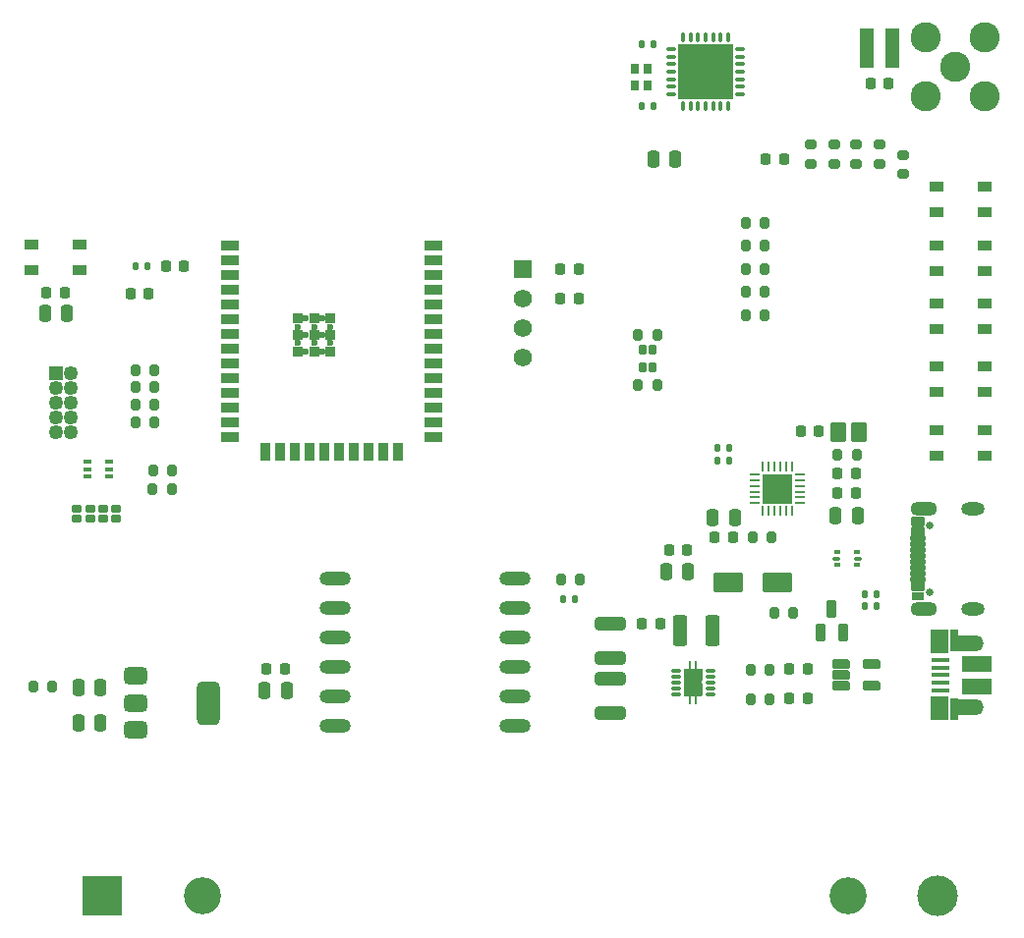
<source format=gbr>
%TF.GenerationSoftware,KiCad,Pcbnew,9.0.0*%
%TF.CreationDate,2025-06-04T09:40:56+09:00*%
%TF.ProjectId,FLP_PCB_host,464c505f-5043-4425-9f68-6f73742e6b69,rev?*%
%TF.SameCoordinates,Original*%
%TF.FileFunction,Soldermask,Top*%
%TF.FilePolarity,Negative*%
%FSLAX46Y46*%
G04 Gerber Fmt 4.6, Leading zero omitted, Abs format (unit mm)*
G04 Created by KiCad (PCBNEW 9.0.0) date 2025-06-04 09:40:56*
%MOMM*%
%LPD*%
G01*
G04 APERTURE LIST*
G04 Aperture macros list*
%AMRoundRect*
0 Rectangle with rounded corners*
0 $1 Rounding radius*
0 $2 $3 $4 $5 $6 $7 $8 $9 X,Y pos of 4 corners*
0 Add a 4 corners polygon primitive as box body*
4,1,4,$2,$3,$4,$5,$6,$7,$8,$9,$2,$3,0*
0 Add four circle primitives for the rounded corners*
1,1,$1+$1,$2,$3*
1,1,$1+$1,$4,$5*
1,1,$1+$1,$6,$7*
1,1,$1+$1,$8,$9*
0 Add four rect primitives between the rounded corners*
20,1,$1+$1,$2,$3,$4,$5,0*
20,1,$1+$1,$4,$5,$6,$7,0*
20,1,$1+$1,$6,$7,$8,$9,0*
20,1,$1+$1,$8,$9,$2,$3,0*%
G04 Aperture macros list end*
%ADD10RoundRect,0.225000X-0.225000X-0.250000X0.225000X-0.250000X0.225000X0.250000X-0.225000X0.250000X0*%
%ADD11RoundRect,0.200000X0.275000X-0.200000X0.275000X0.200000X-0.275000X0.200000X-0.275000X-0.200000X0*%
%ADD12RoundRect,0.200000X0.200000X0.275000X-0.200000X0.275000X-0.200000X-0.275000X0.200000X-0.275000X0*%
%ADD13C,0.650000*%
%ADD14RoundRect,0.060000X0.490000X-0.300000X0.490000X0.300000X-0.490000X0.300000X-0.490000X-0.300000X0*%
%ADD15RoundRect,0.090000X0.500000X-0.300000X0.500000X0.300000X-0.500000X0.300000X-0.500000X-0.300000X0*%
%ADD16RoundRect,0.090000X0.570000X-0.150000X0.570000X0.150000X-0.570000X0.150000X-0.570000X-0.150000X0*%
%ADD17RoundRect,0.090000X0.490000X-0.300000X0.490000X0.300000X-0.490000X0.300000X-0.490000X-0.300000X0*%
%ADD18O,2.304000X1.254000*%
%ADD19O,2.004000X1.104000*%
%ADD20RoundRect,0.102000X-0.300000X0.245000X-0.300000X-0.245000X0.300000X-0.245000X0.300000X0.245000X0*%
%ADD21RoundRect,0.225000X0.225000X0.250000X-0.225000X0.250000X-0.225000X-0.250000X0.225000X-0.250000X0*%
%ADD22RoundRect,0.102000X-0.525000X-0.325000X0.525000X-0.325000X0.525000X0.325000X-0.525000X0.325000X0*%
%ADD23R,0.800000X0.900000*%
%ADD24RoundRect,0.135000X-0.135000X-0.185000X0.135000X-0.185000X0.135000X0.185000X-0.135000X0.185000X0*%
%ADD25RoundRect,0.250000X0.375000X1.075000X-0.375000X1.075000X-0.375000X-1.075000X0.375000X-1.075000X0*%
%ADD26RoundRect,0.102000X-0.500000X1.600000X-0.500000X-1.600000X0.500000X-1.600000X0.500000X1.600000X0*%
%ADD27C,2.604000*%
%ADD28RoundRect,0.250000X-1.075000X0.312500X-1.075000X-0.312500X1.075000X-0.312500X1.075000X0.312500X0*%
%ADD29RoundRect,0.100000X-0.225000X-0.100000X0.225000X-0.100000X0.225000X0.100000X-0.225000X0.100000X0*%
%ADD30RoundRect,0.102000X-0.245000X-0.300000X0.245000X-0.300000X0.245000X0.300000X-0.245000X0.300000X0*%
%ADD31RoundRect,0.102000X-0.525000X0.525000X-0.525000X-0.525000X0.525000X-0.525000X0.525000X0.525000X0*%
%ADD32C,1.254000*%
%ADD33RoundRect,0.100500X0.301500X-0.651500X0.301500X0.651500X-0.301500X0.651500X-0.301500X-0.651500X0*%
%ADD34RoundRect,0.200000X-0.200000X-0.275000X0.200000X-0.275000X0.200000X0.275000X-0.200000X0.275000X0*%
%ADD35RoundRect,0.250000X0.250000X0.475000X-0.250000X0.475000X-0.250000X-0.475000X0.250000X-0.475000X0*%
%ADD36RoundRect,0.140000X-0.140000X-0.170000X0.140000X-0.170000X0.140000X0.170000X-0.140000X0.170000X0*%
%ADD37RoundRect,0.102000X0.570000X0.735000X-0.570000X0.735000X-0.570000X-0.735000X0.570000X-0.735000X0*%
%ADD38R,0.280000X0.280000*%
%ADD39O,0.850000X0.280000*%
%ADD40C,0.600000*%
%ADD41R,0.680000X1.050000*%
%ADD42R,0.260000X0.500000*%
%ADD43R,0.280000X0.700000*%
%ADD44R,1.650000X2.400000*%
%ADD45C,3.200000*%
%ADD46R,3.500000X3.500000*%
%ADD47C,3.500000*%
%ADD48RoundRect,0.250000X-0.250000X-0.475000X0.250000X-0.475000X0.250000X0.475000X-0.250000X0.475000X0*%
%ADD49O,2.704000X1.204000*%
%ADD50R,1.650000X0.400000*%
%ADD51R,0.700000X1.825000*%
%ADD52R,1.500000X2.000000*%
%ADD53R,2.000000X1.350000*%
%ADD54O,1.700000X1.350000*%
%ADD55O,1.500000X1.100000*%
%ADD56R,2.500000X1.430000*%
%ADD57RoundRect,0.375000X-0.625000X-0.375000X0.625000X-0.375000X0.625000X0.375000X-0.625000X0.375000X0*%
%ADD58RoundRect,0.500000X-0.500000X-1.400000X0.500000X-1.400000X0.500000X1.400000X-0.500000X1.400000X0*%
%ADD59RoundRect,0.102000X-0.635000X-0.279400X0.635000X-0.279400X0.635000X0.279400X-0.635000X0.279400X0*%
%ADD60RoundRect,0.102000X0.685000X-0.685000X0.685000X0.685000X-0.685000X0.685000X-0.685000X-0.685000X0*%
%ADD61C,1.574000*%
%ADD62RoundRect,0.093750X0.156250X0.093750X-0.156250X0.093750X-0.156250X-0.093750X0.156250X-0.093750X0*%
%ADD63RoundRect,0.075000X0.250000X0.075000X-0.250000X0.075000X-0.250000X-0.075000X0.250000X-0.075000X0*%
%ADD64RoundRect,0.140000X0.140000X0.170000X-0.140000X0.170000X-0.140000X-0.170000X0.140000X-0.170000X0*%
%ADD65RoundRect,0.062500X-0.350000X-0.062500X0.350000X-0.062500X0.350000X0.062500X-0.350000X0.062500X0*%
%ADD66RoundRect,0.062500X-0.062500X-0.350000X0.062500X-0.350000X0.062500X0.350000X-0.062500X0.350000X0*%
%ADD67R,2.600000X2.600000*%
%ADD68R,1.500000X0.900000*%
%ADD69R,0.900000X1.500000*%
%ADD70R,0.900000X0.900000*%
%ADD71RoundRect,0.075000X-0.312500X-0.075000X0.312500X-0.075000X0.312500X0.075000X-0.312500X0.075000X0*%
%ADD72RoundRect,0.075000X-0.075000X-0.312500X0.075000X-0.312500X0.075000X0.312500X-0.075000X0.312500X0*%
%ADD73R,4.800000X4.800000*%
%ADD74RoundRect,0.102000X1.150000X0.775000X-1.150000X0.775000X-1.150000X-0.775000X1.150000X-0.775000X0*%
G04 APERTURE END LIST*
D10*
%TO.C,C32*%
X70525000Y-70550000D03*
X72075000Y-70550000D03*
%TD*%
D11*
%TO.C,R16*%
X93000000Y-31825000D03*
X93000000Y-30175000D03*
%TD*%
D12*
%TO.C,R28*%
X81075000Y-42000000D03*
X79425000Y-42000000D03*
%TD*%
D13*
%TO.C,UART1*%
X95320000Y-67890000D03*
X95320000Y-62110000D03*
D14*
X94250000Y-68200000D03*
D15*
X94250000Y-67400000D03*
D16*
X94250000Y-66250000D03*
X94250000Y-65250000D03*
X94250000Y-64750000D03*
X94250000Y-63750000D03*
D17*
X94250000Y-61800000D03*
D15*
X94250000Y-62600000D03*
D16*
X94250000Y-63250000D03*
X94250000Y-64250000D03*
X94250000Y-65750000D03*
X94250000Y-66750000D03*
D18*
X94820000Y-69320000D03*
X94820000Y-60680000D03*
D19*
X99000000Y-69320000D03*
X99000000Y-60680000D03*
%TD*%
D20*
%TO.C,C15*%
X21800000Y-60643000D03*
X21800000Y-61557000D03*
%TD*%
D21*
%TO.C,C20*%
X91775000Y-24000000D03*
X90225000Y-24000000D03*
%TD*%
D20*
%TO.C,C13*%
X24100000Y-60643000D03*
X24100000Y-61557000D03*
%TD*%
D22*
%TO.C,Up1*%
X95925000Y-53925000D03*
X100075000Y-53925000D03*
X95925000Y-56075000D03*
X100075000Y-56075000D03*
%TD*%
D23*
%TO.C,Y1*%
X70970000Y-24160000D03*
X70970000Y-22760000D03*
X69870000Y-22760000D03*
X69870000Y-24160000D03*
%TD*%
D10*
%TO.C,C37*%
X29485000Y-39760000D03*
X31035000Y-39760000D03*
%TD*%
D22*
%TO.C,S1*%
X17925000Y-37925000D03*
X22075000Y-37925000D03*
X17925000Y-40075000D03*
X22075000Y-40075000D03*
%TD*%
D11*
%TO.C,R19*%
X87050000Y-30955000D03*
X87050000Y-29305000D03*
%TD*%
D24*
%TO.C,R6*%
X76990000Y-55400000D03*
X78010000Y-55400000D03*
%TD*%
D10*
%TO.C,C19*%
X63475000Y-42550000D03*
X65025000Y-42550000D03*
%TD*%
D25*
%TO.C,L1*%
X76600000Y-71200000D03*
X73800000Y-71200000D03*
%TD*%
D10*
%TO.C,C27*%
X26450000Y-42100000D03*
X28000000Y-42100000D03*
%TD*%
D11*
%TO.C,R18*%
X85010000Y-30935000D03*
X85010000Y-29285000D03*
%TD*%
D21*
%TO.C,C4*%
X84775000Y-74490000D03*
X83225000Y-74490000D03*
%TD*%
D24*
%TO.C,R21*%
X89720000Y-69030000D03*
X90740000Y-69030000D03*
%TD*%
D26*
%TO.C,L4*%
X92100000Y-21000000D03*
X89900000Y-21000000D03*
%TD*%
D21*
%TO.C,C30*%
X78325000Y-63170000D03*
X76775000Y-63170000D03*
%TD*%
D27*
%TO.C,J5*%
X97460000Y-22540000D03*
X100000000Y-25080000D03*
X100000000Y-20000000D03*
X94920000Y-20000000D03*
X94920000Y-25080000D03*
%TD*%
D10*
%TO.C,C35*%
X19205000Y-42020000D03*
X20755000Y-42020000D03*
%TD*%
D28*
%TO.C,R1*%
X67800000Y-70587500D03*
X67800000Y-73512500D03*
%TD*%
D29*
%TO.C,Q2*%
X22700000Y-56600000D03*
X22700000Y-57250000D03*
X22700000Y-57900000D03*
X24600000Y-57900000D03*
X24600000Y-57250000D03*
X24600000Y-56600000D03*
%TD*%
D12*
%TO.C,R33*%
X30045000Y-57360000D03*
X28395000Y-57360000D03*
%TD*%
D10*
%TO.C,C23*%
X81175000Y-30500000D03*
X82725000Y-30500000D03*
%TD*%
D30*
%TO.C,C17*%
X70543000Y-48500000D03*
X71457000Y-48500000D03*
%TD*%
D31*
%TO.C,J3*%
X20030000Y-49000000D03*
D32*
X21300000Y-49000000D03*
X20030000Y-50270000D03*
X21300000Y-50270000D03*
X20030000Y-51540000D03*
X21300000Y-51540000D03*
X20030000Y-52810000D03*
X21300000Y-52810000D03*
X20030000Y-54080000D03*
X21300000Y-54080000D03*
%TD*%
D33*
%TO.C,Q1*%
X85900000Y-71375000D03*
X87800000Y-71375000D03*
X86850000Y-69325000D03*
%TD*%
D34*
%TO.C,R23*%
X81875000Y-69660000D03*
X83525000Y-69660000D03*
%TD*%
D24*
%TO.C,R7*%
X76990000Y-56500000D03*
X78010000Y-56500000D03*
%TD*%
D34*
%TO.C,R3*%
X79860000Y-77070000D03*
X81510000Y-77070000D03*
%TD*%
D12*
%TO.C,R13*%
X28525000Y-48700000D03*
X26875000Y-48700000D03*
%TD*%
D35*
%TO.C,C12*%
X23850000Y-76100000D03*
X21950000Y-76100000D03*
%TD*%
D34*
%TO.C,R15*%
X70175000Y-50000000D03*
X71825000Y-50000000D03*
%TD*%
D36*
%TO.C,C22*%
X70520000Y-20600000D03*
X71480000Y-20600000D03*
%TD*%
D34*
%TO.C,R14*%
X70175000Y-45710000D03*
X71825000Y-45710000D03*
%TD*%
D37*
%TO.C,FL1*%
X89170000Y-54100000D03*
X87390000Y-54100000D03*
%TD*%
D12*
%TO.C,R25*%
X81075000Y-36000000D03*
X79425000Y-36000000D03*
%TD*%
D34*
%TO.C,F1*%
X87375000Y-56030000D03*
X89025000Y-56030000D03*
%TD*%
D22*
%TO.C,Ctrl1*%
X95870000Y-38000000D03*
X100020000Y-38000000D03*
X95870000Y-40150000D03*
X100020000Y-40150000D03*
%TD*%
D38*
%TO.C,U2*%
X73165000Y-74650000D03*
D39*
X73450000Y-74650000D03*
D38*
X73165000Y-75150000D03*
D39*
X73450000Y-75150000D03*
D38*
X73165000Y-75650000D03*
D39*
X73450000Y-75650000D03*
D38*
X73165000Y-76150000D03*
D39*
X73450000Y-76150000D03*
D38*
X73165000Y-76650000D03*
D39*
X73450000Y-76650000D03*
X76400000Y-76650000D03*
D38*
X76685000Y-76650000D03*
D39*
X76400000Y-76150000D03*
D38*
X76685000Y-76150000D03*
D39*
X76400000Y-75650000D03*
D38*
X76685000Y-75650000D03*
D39*
X76400000Y-75150000D03*
D38*
X76685000Y-75150000D03*
D39*
X76400000Y-74650000D03*
D38*
X76685000Y-74650000D03*
D40*
X74425000Y-74900000D03*
X74425000Y-76400000D03*
D41*
X74475000Y-75015000D03*
X74475000Y-76285000D03*
D42*
X74675000Y-74020000D03*
D43*
X74675000Y-74100000D03*
X74675000Y-77200000D03*
D42*
X74675000Y-77280000D03*
D40*
X74925000Y-75650000D03*
D44*
X74925000Y-75650000D03*
D42*
X75175000Y-74020000D03*
D43*
X75175000Y-74100000D03*
X75175000Y-77200000D03*
D42*
X75175000Y-77280000D03*
D41*
X75375000Y-75015000D03*
X75375000Y-76285000D03*
D40*
X75425000Y-74900000D03*
X75425000Y-76400000D03*
%TD*%
D34*
%TO.C,R31*%
X63535000Y-66750000D03*
X65185000Y-66750000D03*
%TD*%
D45*
%TO.C,BT1*%
X32645000Y-94000000D03*
X88255000Y-94000000D03*
D46*
X24000000Y-94000000D03*
D47*
X96000000Y-94000000D03*
%TD*%
D24*
%TO.C,R30*%
X26900000Y-39730000D03*
X27920000Y-39730000D03*
%TD*%
D11*
%TO.C,R17*%
X88980000Y-30955000D03*
X88980000Y-29305000D03*
%TD*%
D22*
%TO.C,Down1*%
X95925000Y-48425000D03*
X100075000Y-48425000D03*
X95925000Y-50575000D03*
X100075000Y-50575000D03*
%TD*%
D21*
%TO.C,C10*%
X85735000Y-53950000D03*
X84185000Y-53950000D03*
%TD*%
D48*
%TO.C,C6*%
X19060000Y-43840000D03*
X20960000Y-43840000D03*
%TD*%
D49*
%TO.C,U6*%
X44100000Y-66730000D03*
X44100000Y-69270000D03*
X44100000Y-71810000D03*
X44100000Y-74350000D03*
X44100000Y-76890000D03*
X44100000Y-79430000D03*
X59600000Y-79430000D03*
X59600000Y-76890000D03*
X59600000Y-74350000D03*
X59600000Y-71810000D03*
X59600000Y-69270000D03*
X59600000Y-66730000D03*
%TD*%
D20*
%TO.C,C14*%
X22950000Y-60643000D03*
X22950000Y-61557000D03*
%TD*%
D12*
%TO.C,R12*%
X28525000Y-50200000D03*
X26875000Y-50200000D03*
%TD*%
D28*
%TO.C,R2*%
X67800000Y-75337500D03*
X67800000Y-78262500D03*
%TD*%
D50*
%TO.C,Charger1*%
X96235000Y-76325000D03*
X96235000Y-75675000D03*
X96235000Y-75025000D03*
X96235000Y-74375000D03*
X96235000Y-73725000D03*
D51*
X97435000Y-77975000D03*
D52*
X96135000Y-77875000D03*
D53*
X98185000Y-77755000D03*
D54*
X99115000Y-77755000D03*
D55*
X96115000Y-77445000D03*
D56*
X99385000Y-75985000D03*
X99385000Y-74065000D03*
D55*
X96115000Y-72605000D03*
D54*
X99115000Y-72295000D03*
D53*
X98185000Y-72275000D03*
D52*
X96115000Y-72125000D03*
D51*
X97435000Y-72025000D03*
%TD*%
D12*
%TO.C,R29*%
X81075000Y-38000000D03*
X79425000Y-38000000D03*
%TD*%
%TO.C,R27*%
X81075000Y-44000000D03*
X79425000Y-44000000D03*
%TD*%
%TO.C,R22*%
X81675000Y-63150000D03*
X80025000Y-63150000D03*
%TD*%
D48*
%TO.C,C29*%
X87190000Y-61300000D03*
X89090000Y-61300000D03*
%TD*%
D57*
%TO.C,U4*%
X26850000Y-75100000D03*
X26850000Y-77400000D03*
D58*
X33150000Y-77400000D03*
D57*
X26850000Y-79700000D03*
%TD*%
D59*
%TO.C,U3*%
X87704600Y-74060200D03*
X87704600Y-75000000D03*
X87704600Y-75939800D03*
X90295400Y-75939800D03*
X90295400Y-74060200D03*
%TD*%
D12*
%TO.C,R32*%
X30005000Y-59010000D03*
X28355000Y-59010000D03*
%TD*%
D35*
%TO.C,C24*%
X73400000Y-30500000D03*
X71500000Y-30500000D03*
%TD*%
D60*
%TO.C,J4*%
X60200000Y-39977500D03*
D61*
X60200000Y-42517500D03*
X60200000Y-45057500D03*
X60200000Y-47597500D03*
%TD*%
D10*
%TO.C,C34*%
X72825000Y-64250000D03*
X74375000Y-64250000D03*
%TD*%
D11*
%TO.C,R20*%
X91000000Y-30955000D03*
X91000000Y-29305000D03*
%TD*%
D10*
%TO.C,C18*%
X63475000Y-40040000D03*
X65025000Y-40040000D03*
%TD*%
D62*
%TO.C,U8*%
X89030000Y-65510000D03*
D63*
X89105000Y-64972500D03*
D62*
X89030000Y-64435000D03*
X87330000Y-64435000D03*
D63*
X87255000Y-64972500D03*
D62*
X87330000Y-65510000D03*
%TD*%
D34*
%TO.C,R9*%
X18075000Y-76040000D03*
X19725000Y-76040000D03*
%TD*%
D21*
%TO.C,C28*%
X88905000Y-57660000D03*
X87355000Y-57660000D03*
%TD*%
D12*
%TO.C,R26*%
X81075000Y-40000000D03*
X79425000Y-40000000D03*
%TD*%
D64*
%TO.C,C21*%
X71480000Y-26000000D03*
X70520000Y-26000000D03*
%TD*%
D48*
%TO.C,C25*%
X38010000Y-76380000D03*
X39910000Y-76380000D03*
%TD*%
D34*
%TO.C,R4*%
X79860000Y-74570000D03*
X81510000Y-74570000D03*
%TD*%
D12*
%TO.C,R11*%
X28525000Y-51700000D03*
X26875000Y-51700000D03*
%TD*%
D65*
%TO.C,U5*%
X80225000Y-57700000D03*
X80225000Y-58200000D03*
X80225000Y-58700000D03*
X80225000Y-59200000D03*
X80225000Y-59700000D03*
X80225000Y-60200000D03*
D66*
X80912500Y-60887500D03*
X81412500Y-60887500D03*
X81912500Y-60887500D03*
X82412500Y-60887500D03*
X82912500Y-60887500D03*
X83412500Y-60887500D03*
D65*
X84100000Y-60200000D03*
X84100000Y-59700000D03*
X84100000Y-59200000D03*
X84100000Y-58700000D03*
X84100000Y-58200000D03*
X84100000Y-57700000D03*
D66*
X83412500Y-57012500D03*
X82912500Y-57012500D03*
X82412500Y-57012500D03*
X81912500Y-57012500D03*
X81412500Y-57012500D03*
X80912500Y-57012500D03*
D67*
X82162500Y-58950000D03*
%TD*%
D10*
%TO.C,C7*%
X38160000Y-74480000D03*
X39710000Y-74480000D03*
%TD*%
D68*
%TO.C,U1*%
X35000000Y-37970000D03*
X35000000Y-39240000D03*
X35000000Y-40510000D03*
X35000000Y-41780000D03*
X35000000Y-43050000D03*
X35000000Y-44320000D03*
X35000000Y-45590000D03*
X35000000Y-46860000D03*
X35000000Y-48130000D03*
X35000000Y-49400000D03*
X35000000Y-50670000D03*
X35000000Y-51940000D03*
X35000000Y-53210000D03*
X35000000Y-54480000D03*
D69*
X38035000Y-55730000D03*
X39305000Y-55730000D03*
X40575000Y-55730000D03*
X41845000Y-55730000D03*
X43115000Y-55730000D03*
X44385000Y-55730000D03*
X45655000Y-55730000D03*
X46925000Y-55730000D03*
X48195000Y-55730000D03*
X49465000Y-55730000D03*
D68*
X52500000Y-54480000D03*
X52500000Y-53210000D03*
X52500000Y-51940000D03*
X52500000Y-50670000D03*
X52500000Y-49400000D03*
X52500000Y-48130000D03*
X52500000Y-46860000D03*
X52500000Y-45590000D03*
X52500000Y-44320000D03*
X52500000Y-43050000D03*
X52500000Y-41780000D03*
X52500000Y-40510000D03*
X52500000Y-39240000D03*
X52500000Y-37970000D03*
D70*
X40850000Y-44290000D03*
D40*
X40850000Y-44990000D03*
D70*
X40850000Y-45690000D03*
D40*
X40850000Y-46390000D03*
D70*
X40850000Y-47090000D03*
D40*
X41550000Y-44290000D03*
X41550000Y-45690000D03*
X41550000Y-47090000D03*
D70*
X42250000Y-44290000D03*
D40*
X42250000Y-44990000D03*
D70*
X42250000Y-45690000D03*
D40*
X42250000Y-46390000D03*
D70*
X42250000Y-47090000D03*
D40*
X42950000Y-44290000D03*
X42950000Y-45690000D03*
X42950000Y-47090000D03*
D70*
X43650000Y-44290000D03*
D40*
X43650000Y-44990000D03*
D70*
X43650000Y-45690000D03*
D40*
X43650000Y-46390000D03*
D70*
X43650000Y-47090000D03*
%TD*%
D24*
%TO.C,R8*%
X89730000Y-68010000D03*
X90750000Y-68010000D03*
%TD*%
D71*
%TO.C,U7*%
X73012500Y-21050000D03*
X73012500Y-21700000D03*
X73012500Y-22350000D03*
X73012500Y-23000000D03*
X73012500Y-23650000D03*
X73012500Y-24300000D03*
X73012500Y-24950000D03*
D72*
X74050000Y-25987500D03*
X74700000Y-25987500D03*
X75350000Y-25987500D03*
X76000000Y-25987500D03*
X76650000Y-25987500D03*
X77300000Y-25987500D03*
X77950000Y-25987500D03*
D71*
X78987500Y-24950000D03*
X78987500Y-24300000D03*
X78987500Y-23650000D03*
X78987500Y-23000000D03*
X78987500Y-22350000D03*
X78987500Y-21700000D03*
X78987500Y-21050000D03*
D72*
X77950000Y-20012500D03*
X77300000Y-20012500D03*
X76650000Y-20012500D03*
X76000000Y-20012500D03*
X75350000Y-20012500D03*
X74700000Y-20012500D03*
X74050000Y-20012500D03*
D73*
X76000000Y-23000000D03*
%TD*%
D35*
%TO.C,C33*%
X74500000Y-66100000D03*
X72600000Y-66100000D03*
%TD*%
D20*
%TO.C,C8*%
X25200000Y-60643000D03*
X25200000Y-61557000D03*
%TD*%
D10*
%TO.C,C9*%
X87375000Y-59340000D03*
X88925000Y-59340000D03*
%TD*%
D74*
%TO.C,D1*%
X77900000Y-67000000D03*
X82200000Y-67000000D03*
%TD*%
D12*
%TO.C,R10*%
X28525000Y-53200000D03*
X26875000Y-53200000D03*
%TD*%
D30*
%TO.C,C16*%
X70543000Y-47000000D03*
X71457000Y-47000000D03*
%TD*%
D22*
%TO.C,Find_Host1*%
X95875000Y-32925000D03*
X100025000Y-32925000D03*
X95875000Y-35075000D03*
X100025000Y-35075000D03*
%TD*%
%TO.C,Enter&space1*%
X95870000Y-43000000D03*
X100020000Y-43000000D03*
X95870000Y-45150000D03*
X100020000Y-45150000D03*
%TD*%
D48*
%TO.C,C31*%
X76600000Y-61450000D03*
X78500000Y-61450000D03*
%TD*%
D35*
%TO.C,C11*%
X23850000Y-79110000D03*
X21950000Y-79110000D03*
%TD*%
D21*
%TO.C,C5*%
X84775000Y-77000000D03*
X83225000Y-77000000D03*
%TD*%
D24*
%TO.C,R5*%
X63740000Y-68500000D03*
X64760000Y-68500000D03*
%TD*%
M02*

</source>
